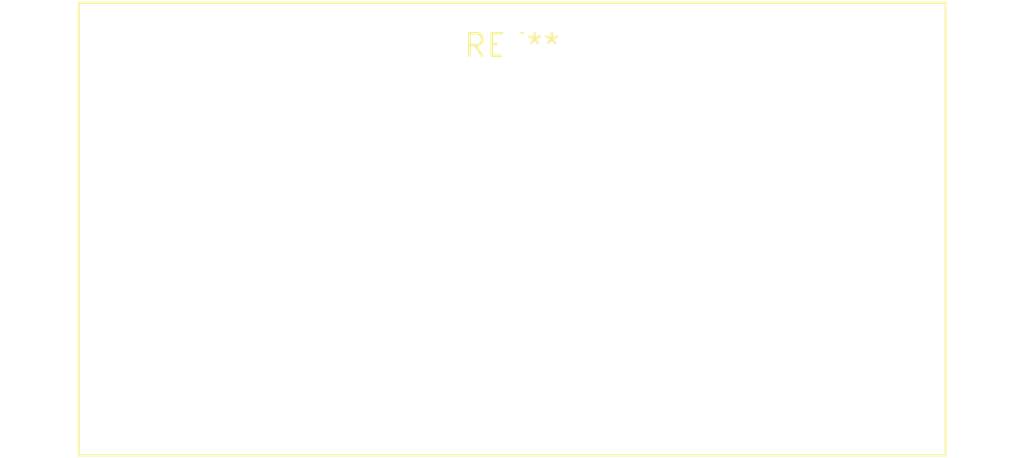
<source format=kicad_pcb>
(kicad_pcb (version 20240108) (generator pcbnew)
  (layers (0 "F.Cu" signal) (31 "B.Cu" signal) (34 "B.Paste" user) (35 "F.Paste" user) (36 "B.SilkS" user "B.Silkscreen") (37 "F.SilkS" user "F.Silkscreen") (38 "B.Mask" user) (39 "F.Mask" user) (44 "Edge.Cuts" user))
  (net 0 "")
  (footprint "L_Toroid_Vertical_L48.8mm_W25.4mm_P20.80mm_Vishay_TJ8" (layer "F.Cu") (at 0 0)
    (property "Reference" "REF**")
    (property "Value" "L_Toroid_Vertical_L48.8mm_W25.4mm_P20.80mm_Vishay_TJ8")
    (fp_line (start -24.52 -2.42) (end -24.52 23.22) (layer "F.SilkS") (stroke (width 0.12)))
    (fp_line (start -24.52 -2.42) (end 24.52 -2.42) (layer "F.SilkS") (stroke (width 0.12)))
    (fp_line (start -24.52 23.22) (end 24.52 23.22) (layer "F.SilkS") (stroke (width 0.12)))
    (fp_line (start 24.52 -2.42) (end 24.52 23.22) (layer "F.SilkS") (stroke (width 0.12)))
    (pad "1" thru_hole circle (at 0 0) (size 3.4 3.4) (drill 1.7) (layers *.Cu *.Mask) (remove_unused_layers))
    (pad "2" thru_hole circle (at 0 20.8) (size 3.4 3.4) (drill 1.7) (layers *.Cu *.Mask) (remove_unused_layers))
  )
)
</source>
